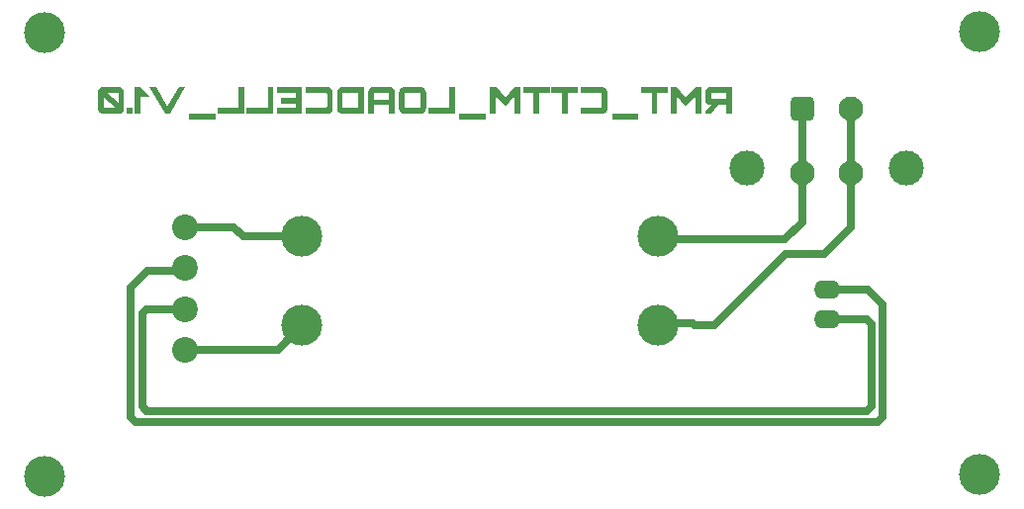
<source format=gbr>
%TF.GenerationSoftware,Altium Limited,Altium Designer,23.1.1 (15)*%
G04 Layer_Physical_Order=2*
G04 Layer_Color=16711680*
%FSLAX45Y45*%
%MOMM*%
%TF.SameCoordinates,A8917E1A-D13C-4AB3-BC94-DF9415B9D46D*%
%TF.FilePolarity,Positive*%
%TF.FileFunction,Copper,L2,Bot,Signal*%
%TF.Part,Single*%
G01*
G75*
%TA.AperFunction,ComponentPad*%
%ADD10C,2.20000*%
%ADD11C,3.00000*%
%ADD12C,2.10000*%
G04:AMPARAMS|DCode=13|XSize=2.1mm|YSize=2.1mm|CornerRadius=0.525mm|HoleSize=0mm|Usage=FLASHONLY|Rotation=180.000|XOffset=0mm|YOffset=0mm|HoleType=Round|Shape=RoundedRectangle|*
%AMROUNDEDRECTD13*
21,1,2.10000,1.05000,0,0,180.0*
21,1,1.05000,2.10000,0,0,180.0*
1,1,1.05000,-0.52500,0.52500*
1,1,1.05000,0.52500,0.52500*
1,1,1.05000,0.52500,-0.52500*
1,1,1.05000,-0.52500,-0.52500*
%
%ADD13ROUNDEDRECTD13*%
%ADD14O,2.25000X1.60000*%
%ADD15C,3.50000*%
%TA.AperFunction,ViaPad*%
%ADD16C,3.50000*%
%TA.AperFunction,Conductor*%
%ADD17C,0.70000*%
G36*
X1195277Y3531284D02*
X1130293D01*
X1119962Y3544613D01*
Y3389320D01*
X1070975Y3389320D01*
Y3618927D01*
X1121629Y3618928D01*
X1195277Y3531284D01*
D02*
G37*
G36*
X5917067Y3389321D02*
X5867747D01*
Y3542948D01*
X5788100Y3448639D01*
X5709121Y3543281D01*
Y3389321D01*
X5659467D01*
Y3618928D01*
X5710787D01*
X5788100Y3525952D01*
X5866080Y3618928D01*
X5917067D01*
Y3389321D01*
D02*
G37*
G36*
X4369130Y3389320D02*
X4319810D01*
Y3542948D01*
X4240163Y3448639D01*
X4161184Y3543281D01*
Y3389320D01*
X4111530D01*
Y3618928D01*
X4162850D01*
X4240163Y3525952D01*
X4318144Y3618928D01*
X4369130D01*
Y3389320D01*
D02*
G37*
G36*
X1371231Y3389320D02*
X1329909D01*
X1196943Y3618928D01*
X1254261D01*
X1350570Y3451970D01*
X1446879Y3618928D01*
X1504197D01*
X1371231Y3389320D01*
D02*
G37*
G36*
X6180000Y3389321D02*
X6130679D01*
Y3464301D01*
X6064860Y3464466D01*
X6068362Y3468634D01*
X6003712D01*
X6000324Y3464628D01*
X6064860Y3464466D01*
X6001712Y3389321D01*
X5950725D01*
Y3405983D01*
X6000324Y3464628D01*
X5997713Y3464635D01*
X5993048Y3464968D01*
X5988382Y3465634D01*
X5984384Y3466634D01*
X5981051Y3467967D01*
X5978052Y3468967D01*
X5976052Y3469967D01*
X5974386Y3470633D01*
X5974053Y3470966D01*
X5970387Y3473632D01*
X5966721Y3476632D01*
X5964055Y3479298D01*
X5961389Y3482297D01*
X5959723Y3484630D01*
X5958057Y3486629D01*
X5957390Y3487962D01*
X5957057Y3488295D01*
X5954724Y3492628D01*
X5953058Y3496626D01*
X5952058Y3500625D01*
X5951059Y3504291D01*
X5950725Y3507290D01*
X5950392Y3509956D01*
Y3511289D01*
Y3511956D01*
Y3571274D01*
X5950725Y3575940D01*
X5951392Y3580272D01*
X5952392Y3584271D01*
X5953725Y3587603D01*
X5955058Y3590602D01*
X5956057Y3592602D01*
X5956724Y3594268D01*
X5957057Y3594601D01*
X5959723Y3598600D01*
X5962389Y3601933D01*
X5965055Y3604932D01*
X5968054Y3607265D01*
X5970387Y3609264D01*
X5972387Y3610931D01*
X5973720Y3611597D01*
X5974053Y3611930D01*
X5978052Y3614263D01*
X5982384Y3615929D01*
X5986050Y3616929D01*
X5989715Y3617929D01*
X5993048Y3618262D01*
X5995381Y3618595D01*
X6180000D01*
Y3389321D01*
D02*
G37*
G36*
X5632474Y3568941D02*
X5542497D01*
Y3389321D01*
X5492843D01*
Y3568941D01*
X5402866Y3568941D01*
Y3618928D01*
X5632474Y3618928D01*
Y3568941D01*
D02*
G37*
G36*
X5072950Y3618595D02*
X5077282Y3617929D01*
X5081281Y3616929D01*
X5084947Y3615596D01*
X5087946Y3614263D01*
X5089946Y3613263D01*
X5091612Y3612597D01*
X5091945Y3612263D01*
X5095611Y3609597D01*
X5098944Y3606931D01*
X5101943Y3604265D01*
X5104276Y3601266D01*
X5106275Y3598933D01*
X5107608Y3596934D01*
X5108608Y3595601D01*
X5108941Y3595268D01*
X5110941Y3591269D01*
X5112607Y3586936D01*
X5113606Y3583271D01*
X5114606Y3579605D01*
X5114939Y3576273D01*
X5115273Y3573940D01*
Y3572274D01*
Y3571607D01*
Y3436308D01*
X5114939Y3431643D01*
X5114273Y3426977D01*
X5113273Y3422978D01*
X5111940Y3419646D01*
X5110941Y3416647D01*
X5109941Y3414647D01*
X5109274Y3412981D01*
X5108941Y3412648D01*
X5106275Y3408982D01*
X5103609Y3405650D01*
X5100610Y3402650D01*
X5097944Y3400318D01*
X5095611Y3398318D01*
X5093612Y3396985D01*
X5092279Y3395985D01*
X5091945Y3395652D01*
X5087946Y3393653D01*
X5083614Y3391986D01*
X5079615Y3390987D01*
X5075949Y3389987D01*
X5072617Y3389654D01*
X5070284Y3389320D01*
X4886331D01*
Y3438974D01*
X5055288D01*
X5058621Y3439308D01*
X5061287Y3440307D01*
X5062620Y3441307D01*
X5063286Y3441640D01*
X5064952Y3443973D01*
X5065619Y3446639D01*
X5065952Y3448639D01*
Y3448972D01*
Y3449305D01*
Y3558610D01*
X5065619Y3561943D01*
X5064619Y3564609D01*
X5063619Y3565942D01*
X5063286Y3566275D01*
X5060620Y3567941D01*
X5058287Y3568608D01*
X5055955Y3568941D01*
X4886331D01*
Y3618928D01*
X5067952D01*
X5072950Y3618595D01*
D02*
G37*
G36*
X4864337Y3568941D02*
X4774360D01*
Y3389320D01*
X4724706D01*
Y3568941D01*
X4634729D01*
Y3618928D01*
X4864337D01*
Y3568941D01*
D02*
G37*
G36*
X4622399D02*
X4532422D01*
Y3389320D01*
X4482768D01*
Y3568941D01*
X4392791D01*
Y3618928D01*
X4622399D01*
Y3568941D01*
D02*
G37*
G36*
X3808941Y3389320D02*
X3579333D01*
Y3438974D01*
X3759620D01*
Y3619261D01*
X3808941D01*
Y3389320D01*
D02*
G37*
G36*
X3519015Y3618595D02*
X3523680Y3617928D01*
X3527679Y3616929D01*
X3531345Y3615596D01*
X3534011Y3614263D01*
X3536344Y3613263D01*
X3537677Y3612596D01*
X3538343Y3612263D01*
X3542009Y3609597D01*
X3545341Y3606931D01*
X3548341Y3604265D01*
X3550673Y3601266D01*
X3552673Y3598933D01*
X3554006Y3596934D01*
X3555006Y3595601D01*
X3555339Y3595267D01*
X3557338Y3591268D01*
X3559005Y3586936D01*
X3560004Y3583270D01*
X3561004Y3579605D01*
X3561337Y3576272D01*
X3561671Y3573940D01*
Y3572273D01*
Y3571607D01*
Y3436308D01*
X3561337Y3431643D01*
X3560671Y3426977D01*
X3559671Y3422978D01*
X3558338Y3419646D01*
X3557338Y3416646D01*
X3556339Y3414647D01*
X3555672Y3412981D01*
X3555339Y3412647D01*
X3552673Y3408982D01*
X3550007Y3405649D01*
X3547008Y3402650D01*
X3544342Y3400317D01*
X3542009Y3398318D01*
X3540009Y3396985D01*
X3538676Y3395985D01*
X3538343Y3395652D01*
X3534011Y3393652D01*
X3530012Y3391986D01*
X3526013Y3390986D01*
X3522347Y3389987D01*
X3519015Y3389653D01*
X3516682Y3389320D01*
X3379051D01*
X3374385Y3389653D01*
X3370053Y3390320D01*
X3366054Y3391320D01*
X3362388Y3392653D01*
X3359722Y3393652D01*
X3357390Y3394652D01*
X3356057Y3395319D01*
X3355723Y3395652D01*
X3352058Y3398318D01*
X3348392Y3400984D01*
X3345726Y3403983D01*
X3343060Y3406649D01*
X3341394Y3408982D01*
X3339727Y3410981D01*
X3339061Y3412314D01*
X3338728Y3412647D01*
X3336395Y3416646D01*
X3334729Y3420979D01*
X3333729Y3424978D01*
X3332729Y3428643D01*
X3332396Y3431643D01*
X3332063Y3433975D01*
Y3435642D01*
Y3436308D01*
Y3571607D01*
X3332396Y3576272D01*
X3333062Y3580938D01*
X3334062Y3584937D01*
X3335395Y3588269D01*
X3336728Y3591268D01*
X3337728Y3593268D01*
X3338394Y3594934D01*
X3338728Y3595267D01*
X3341394Y3598933D01*
X3344060Y3602599D01*
X3346726Y3605265D01*
X3349725Y3607931D01*
X3352058Y3609597D01*
X3354057Y3611263D01*
X3355390Y3611930D01*
X3355723Y3612263D01*
X3359722Y3614596D01*
X3363721Y3616262D01*
X3367720Y3617262D01*
X3371386Y3618261D01*
X3374385Y3618595D01*
X3376718Y3618928D01*
X3514349D01*
X3519015Y3618595D01*
D02*
G37*
G36*
X3254083D02*
X3258415Y3617928D01*
X3262414Y3616929D01*
X3266080Y3615596D01*
X3269079Y3614263D01*
X3271078Y3613263D01*
X3272745Y3612596D01*
X3273078Y3612263D01*
X3276744Y3609597D01*
X3280076Y3606931D01*
X3283075Y3604265D01*
X3285408Y3601266D01*
X3287407Y3598933D01*
X3288740Y3596934D01*
X3289740Y3595601D01*
X3290073Y3595267D01*
X3292073Y3591268D01*
X3293739Y3586936D01*
X3294739Y3583270D01*
X3295739Y3579605D01*
X3296072Y3576272D01*
X3296405Y3573940D01*
Y3572273D01*
Y3571607D01*
Y3389320D01*
X3247084D01*
Y3463301D01*
X3116784D01*
Y3389320D01*
X3066797D01*
Y3571607D01*
X3067131Y3576272D01*
X3067797Y3580938D01*
X3068797Y3584937D01*
X3070130Y3588269D01*
X3071463Y3591268D01*
X3072462Y3593268D01*
X3073129Y3594934D01*
X3073462Y3595267D01*
X3076128Y3598933D01*
X3078794Y3602599D01*
X3081460Y3605265D01*
X3084459Y3607931D01*
X3086792Y3609597D01*
X3088792Y3611263D01*
X3090125Y3611930D01*
X3090458Y3612263D01*
X3094457Y3614596D01*
X3098789Y3616262D01*
X3102788Y3617262D01*
X3106454Y3618261D01*
X3109786Y3618595D01*
X3112119Y3618928D01*
X3249084D01*
X3254083Y3618595D01*
D02*
G37*
G36*
X3029807Y3389320D02*
X2847853D01*
X2842855Y3389653D01*
X2838522Y3390320D01*
X2834523Y3391320D01*
X2830858Y3392653D01*
X2827858Y3393652D01*
X2825859Y3394652D01*
X2824193Y3395319D01*
X2823859Y3395652D01*
X2820194Y3398318D01*
X2816528Y3400984D01*
X2813862Y3403983D01*
X2811196Y3406649D01*
X2809530Y3408982D01*
X2807864Y3410981D01*
X2807197Y3412314D01*
X2806864Y3412647D01*
X2804531Y3416646D01*
X2802865Y3420979D01*
X2801865Y3424978D01*
X2800865Y3428643D01*
X2800532Y3431643D01*
X2800199Y3433975D01*
Y3435642D01*
Y3436308D01*
Y3571607D01*
X2800532Y3576272D01*
X2801199Y3580938D01*
X2802198Y3584937D01*
X2803531Y3588269D01*
X2804864Y3591268D01*
X2805864Y3593268D01*
X2806531Y3594934D01*
X2806864Y3595267D01*
X2809530Y3598933D01*
X2812196Y3602599D01*
X2814862Y3605265D01*
X2817861Y3607931D01*
X2820194Y3609597D01*
X2822193Y3611263D01*
X2823526Y3611930D01*
X2823859Y3612263D01*
X2827858Y3614596D01*
X2832191Y3616262D01*
X2836190Y3617262D01*
X2839855Y3618261D01*
X2843188Y3618595D01*
X2845521Y3618928D01*
X3029807D01*
Y3389320D01*
D02*
G37*
G36*
X2722219Y3618595D02*
X2726551Y3617928D01*
X2730550Y3616929D01*
X2734216Y3615596D01*
X2737215Y3614263D01*
X2739214Y3613263D01*
X2740881Y3612596D01*
X2741214Y3612263D01*
X2744880Y3609597D01*
X2748212Y3606931D01*
X2751211Y3604265D01*
X2753544Y3601266D01*
X2755544Y3598933D01*
X2756877Y3596934D01*
X2757876Y3595601D01*
X2758210Y3595267D01*
X2760209Y3591268D01*
X2761875Y3586936D01*
X2762875Y3583270D01*
X2763875Y3579605D01*
X2764208Y3576272D01*
X2764541Y3573940D01*
Y3572273D01*
Y3571607D01*
Y3436308D01*
X2764208Y3431643D01*
X2763542Y3426977D01*
X2762542Y3422978D01*
X2761209Y3419646D01*
X2760209Y3416646D01*
X2759209Y3414647D01*
X2758543Y3412981D01*
X2758210Y3412647D01*
X2755544Y3408982D01*
X2752878Y3405649D01*
X2749878Y3402650D01*
X2747212Y3400317D01*
X2744880Y3398318D01*
X2742880Y3396985D01*
X2741547Y3395985D01*
X2741214Y3395652D01*
X2737215Y3393652D01*
X2732883Y3391986D01*
X2728884Y3390986D01*
X2725218Y3389987D01*
X2721886Y3389653D01*
X2719553Y3389320D01*
X2535600Y3389320D01*
Y3438974D01*
X2704557Y3438974D01*
X2707889Y3439307D01*
X2710555Y3440307D01*
X2711888Y3441307D01*
X2712555Y3441640D01*
X2714221Y3443973D01*
X2714887Y3446639D01*
X2715221Y3448638D01*
Y3448972D01*
Y3449305D01*
Y3558610D01*
X2714887Y3561943D01*
X2713888Y3564609D01*
X2712888Y3565942D01*
X2712555Y3566275D01*
X2709889Y3567941D01*
X2707556Y3568608D01*
X2705223Y3568941D01*
X2535600Y3568941D01*
Y3618928D01*
X2717220Y3618928D01*
X2722219Y3618595D01*
D02*
G37*
G36*
X2501609Y3389320D02*
X2289663D01*
Y3438974D01*
X2451621D01*
Y3478964D01*
X2320988D01*
Y3528951D01*
X2451621D01*
Y3568941D01*
X2289663D01*
Y3618928D01*
X2501609D01*
Y3389320D01*
D02*
G37*
G36*
X2257671D02*
X2028063D01*
Y3438974D01*
X2208350D01*
Y3619261D01*
X2257671D01*
Y3389320D01*
D02*
G37*
G36*
X2009401D02*
X1779793D01*
Y3438974D01*
X1960081D01*
Y3619261D01*
X2009401D01*
Y3389320D01*
D02*
G37*
G36*
X1053646Y3389320D02*
X1004659D01*
Y3437974D01*
X1053646D01*
Y3389320D01*
D02*
G37*
G36*
X936343Y3618594D02*
X941008Y3617928D01*
X945007Y3616928D01*
X948340Y3615595D01*
X951339Y3614262D01*
X953338Y3613262D01*
X955005Y3612596D01*
X955338Y3612263D01*
X959004Y3609597D01*
X962336Y3606597D01*
X965002Y3603598D01*
X967668Y3600932D01*
X969334Y3598599D01*
X971001Y3596600D01*
X971667Y3594934D01*
X972000Y3594600D01*
X974000Y3590601D01*
X975666Y3586602D01*
X976666Y3582603D01*
X977666Y3578938D01*
X977999Y3575938D01*
X978332Y3573273D01*
Y3571940D01*
Y3571273D01*
Y3438640D01*
X977999Y3433975D01*
X977332Y3429643D01*
X976333Y3425644D01*
X975000Y3422311D01*
X974000Y3419312D01*
X973000Y3416979D01*
X972334Y3415646D01*
X972000Y3414980D01*
X969334Y3410981D01*
X966668Y3407315D01*
X964002Y3403983D01*
X961336Y3401317D01*
X959004Y3399317D01*
X957004Y3397651D01*
X955671Y3396651D01*
X955338Y3396318D01*
X951339Y3393985D01*
X947007Y3392319D01*
X943008Y3390986D01*
X939342Y3390319D01*
X936343Y3389653D01*
X934010Y3389320D01*
X799378D01*
X794712Y3389653D01*
X790380Y3390319D01*
X786381Y3391652D01*
X783049Y3392985D01*
X780383Y3393985D01*
X778050Y3395318D01*
X776717Y3395985D01*
X776384Y3396318D01*
X772718Y3399317D01*
X769052Y3402316D01*
X766386Y3405316D01*
X763720Y3408315D01*
X762054Y3410981D01*
X760388Y3412980D01*
X759721Y3414646D01*
X759388Y3414980D01*
X757055Y3419312D01*
X755389Y3423311D01*
X754389Y3427310D01*
X753390Y3430976D01*
X753056Y3434308D01*
X752723Y3436641D01*
Y3437974D01*
Y3438640D01*
Y3571273D01*
X753056Y3575938D01*
X753723Y3580271D01*
X754723Y3584270D01*
X756056Y3587602D01*
X757389Y3590601D01*
X758388Y3592601D01*
X759055Y3594267D01*
X759388Y3594600D01*
X762054Y3598599D01*
X764720Y3601932D01*
X767386Y3604931D01*
X770385Y3607597D01*
X772718Y3609597D01*
X774718Y3610930D01*
X776051Y3611929D01*
X776384Y3612263D01*
X780383Y3614595D01*
X784382Y3616261D01*
X788047Y3617261D01*
X791713Y3618261D01*
X794712Y3618594D01*
X797378Y3618927D01*
X931677D01*
X936343Y3618594D01*
D02*
G37*
G36*
X5379872Y3340000D02*
X5154263D01*
Y3388987D01*
X5379872D01*
Y3340000D01*
D02*
G37*
G36*
X4073873D02*
X3848264Y3339999D01*
Y3388987D01*
X4073873Y3388987D01*
Y3340000D01*
D02*
G37*
G36*
X1762131Y3339999D02*
X1536522D01*
Y3388987D01*
X1762131D01*
Y3339999D01*
D02*
G37*
%LPC*%
G36*
X6130679Y3568941D02*
X6000379D01*
Y3514622D01*
X6130679D01*
Y3568941D01*
D02*
G37*
G36*
X3512017Y3568941D02*
X3382050D01*
Y3438974D01*
X3512017D01*
Y3568941D01*
D02*
G37*
G36*
X3247084D02*
X3116784D01*
Y3512955D01*
X3247084D01*
Y3568941D01*
D02*
G37*
G36*
X2980819D02*
X2850186D01*
Y3438974D01*
X2980819D01*
Y3568941D01*
D02*
G37*
G36*
X929678Y3568607D02*
X827704D01*
X929678Y3483296D01*
Y3568607D01*
D02*
G37*
G36*
X801711Y3526618D02*
Y3440973D01*
X903351D01*
X801711Y3526618D01*
D02*
G37*
%LPD*%
D10*
X1498600Y2418080D02*
D03*
Y2067560D02*
D03*
Y1366520D02*
D03*
Y1717040D02*
D03*
D11*
X6310900Y2925000D02*
D03*
X7670900D02*
D03*
D12*
X6780900Y2879000D02*
D03*
X7200900Y3429000D02*
D03*
Y2879000D02*
D03*
D13*
X6780900Y3429000D02*
D03*
D14*
X6997700Y1625600D02*
D03*
Y1879600D02*
D03*
D15*
X5549900Y1574800D02*
D03*
Y2336800D02*
D03*
X2501900Y1574800D02*
D03*
Y2336800D02*
D03*
D16*
X300572Y4082529D02*
D03*
Y282529D02*
D03*
X8300572Y297528D02*
D03*
X8300000Y4090000D02*
D03*
D17*
X7340600Y1879600D02*
X7467600Y1752600D01*
X1078112Y749300D02*
X7426595D01*
X7331195Y844700D02*
X7372200Y885705D01*
Y1584595D01*
X7426595Y749300D02*
X7467600Y790305D01*
Y1752600D01*
X7331195Y1625600D02*
X7372200Y1584595D01*
X1173512Y844700D02*
X7331195D01*
X6997700Y1625600D02*
X7331195D01*
X1037107Y790305D02*
X1078112Y749300D01*
X1132507Y885705D02*
X1173512Y844700D01*
X1132507Y885705D02*
Y1676035D01*
X1037107Y790305D02*
Y1900707D01*
X2293620Y1366520D02*
X2501900Y1574800D01*
X1498600Y1366520D02*
X2293620D01*
X1915234Y2418080D02*
X1996514Y2336800D01*
X1498600Y2418080D02*
X1915234D01*
X1996514Y2336800D02*
X2501900D01*
X1475740Y2044700D02*
X1498600Y2067560D01*
X1037107Y1900707D02*
X1181100Y2044700D01*
X1475740D01*
X1173512Y1717040D02*
X1498600D01*
X1132507Y1676035D02*
X1173512Y1717040D01*
X6997700Y1879600D02*
X7340600D01*
X7200900Y2879000D02*
Y3429000D01*
X6780900Y2941413D02*
X6809352Y2912961D01*
X6780900Y2941413D02*
Y3429000D01*
X5567889Y1592789D02*
X5845597D01*
X5549900Y1574800D02*
X5567889Y1592789D01*
X5863467Y1574919D02*
X6031451D01*
X5845597Y1592789D02*
X5863467Y1574919D01*
X6031451D02*
X6640933Y2184400D01*
X6972300D01*
X7200900Y2413000D01*
Y2879000D01*
X5549900Y2336800D02*
X5575300Y2311400D01*
X6629400D01*
X6780900Y2462900D01*
Y2879000D01*
X2514000Y1574200D02*
X2514600Y1574800D01*
%TF.MD5,e69b04f1a4c80ef2f7b594d3b3ec0caf*%
M02*

</source>
